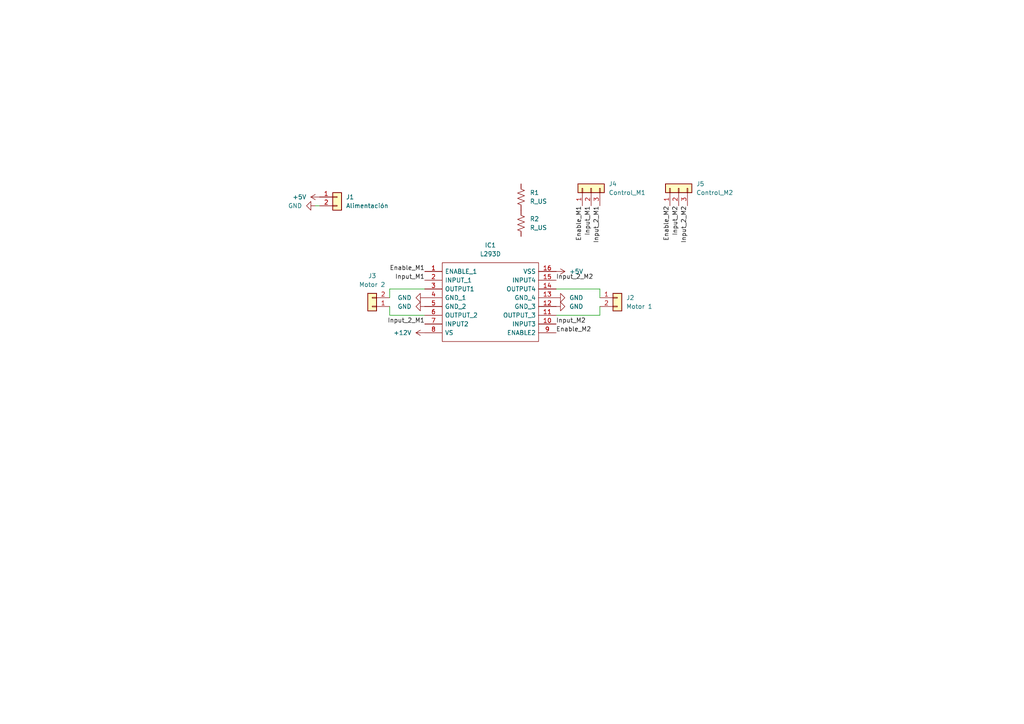
<source format=kicad_sch>
(kicad_sch (version 20211123) (generator eeschema)
  (paper "A4")
  (lib_symbols
    (symbol "Connector_Generic:Conn_01x02" (pin_names (offset 1.016) hide)
      (property "Reference" "J" (at 0 2.54 0))
      (property "Value" "Conn_01x02" (at 0 -5.08 0))
      (symbol "Conn_01x02_1_1"
        (rectangle (start -1.27 -2.413) (end 0 -2.667) (stroke (width 0.1524)))
        (rectangle (start -1.27 0.127) (end 0 -0.127) (stroke (width 0.1524)))
        (rectangle (start -1.27 1.27) (end 1.27 -3.81) (stroke (width 0.254)) (fill (type background)))
        (pin passive line (at -5.08 0 0) (length 3.81) (name "Pin_1") (number "1"))
        (pin passive line (at -5.08 -2.54 0) (length 3.81) (name "Pin_2") (number "2"))
      )
    )
    (symbol "Connector_Generic:Conn_01x03" (pin_names (offset 1.016) hide)
      (property "Reference" "J" (at 0 5.08 0))
      (property "Value" "Conn_01x03" (at 0 -5.08 0))
      (symbol "Conn_01x03_1_1"
        (rectangle (start -1.27 -2.413) (end 0 -2.667) (stroke (width 0.1524)))
        (rectangle (start -1.27 0.127) (end 0 -0.127) (stroke (width 0.1524)))
        (rectangle (start -1.27 2.667) (end 0 2.413) (stroke (width 0.1524)))
        (rectangle (start -1.27 3.81) (end 1.27 -3.81) (stroke (width 0.254)) (fill (type background)))
        (pin passive line (at -5.08 2.54 0) (length 3.81) (name "Pin_1") (number "1"))
        (pin passive line (at -5.08 0 0) (length 3.81) (name "Pin_2") (number "2"))
        (pin passive line (at -5.08 -2.54 0) (length 3.81) (name "Pin_3") (number "3"))
      )
    )
    (symbol "Device:R_US" (pin_numbers hide) (pin_names (offset 0))
      (property "Reference" "R" (at 2.54 0 90))
      (property "Value" "R_US" (at -2.54 0 90))
      (symbol "R_US_0_1"
        (polyline (pts (xy 0 -2.286) (xy 0 -2.54)))
        (polyline (pts (xy 0 2.286) (xy 0 2.54)))
        (polyline (pts (xy 0 -0.762) (xy 1.016 -1.143) (xy 0 -1.524) (xy -1.016 -1.905) (xy 0 -2.286)))
        (polyline (pts (xy 0 0.762) (xy 1.016 0.381) (xy 0 0) (xy -1.016 -0.381) (xy 0 -0.762)))
        (polyline (pts (xy 0 2.286) (xy 1.016 1.905) (xy 0 1.524) (xy -1.016 1.143) (xy 0 0.762)))
      )
      (symbol "R_US_1_1"
        (pin passive line (at 0 3.81 270) (length 1.27) (name "~") (number "1"))
        (pin passive line (at 0 -3.81 90) (length 1.27) (name "~") (number "2"))
      )
    )
    (symbol "L293D:L293D" (pin_names (offset 0.762))
      (property "Reference" "IC" (at 34.29 7.62 0))
      (property "Value" "L293D" (at 34.29 5.08 0))
      (symbol "L293D_0_0"
        (pin passive line (at 0 0 0) (length 5.08) (name "ENABLE_1") (number "1"))
        (pin passive line (at 38.1 -15.24 180) (length 5.08) (name "INPUT3") (number "10"))
        (pin passive line (at 38.1 -12.7 180) (length 5.08) (name "OUTPUT_3") (number "11"))
        (pin passive line (at 38.1 -10.16 180) (length 5.08) (name "GND_3") (number "12"))
        (pin passive line (at 38.1 -7.62 180) (length 5.08) (name "GND_4") (number "13"))
        (pin passive line (at 38.1 -5.08 180) (length 5.08) (name "OUTPUT4") (number "14"))
        (pin passive line (at 38.1 -2.54 180) (length 5.08) (name "INPUT4") (number "15"))
        (pin passive line (at 38.1 0 180) (length 5.08) (name "VSS") (number "16"))
        (pin passive line (at 0 -2.54 0) (length 5.08) (name "INPUT_1") (number "2"))
        (pin passive line (at 0 -5.08 0) (length 5.08) (name "OUTPUT1") (number "3"))
        (pin passive line (at 0 -7.62 0) (length 5.08) (name "GND_1") (number "4"))
        (pin passive line (at 0 -10.16 0) (length 5.08) (name "GND_2") (number "5"))
        (pin passive line (at 0 -12.7 0) (length 5.08) (name "OUTPUT_2") (number "6"))
        (pin passive line (at 0 -15.24 0) (length 5.08) (name "INPUT2") (number "7"))
        (pin passive line (at 0 -17.78 0) (length 5.08) (name "VS") (number "8"))
        (pin passive line (at 38.1 -17.78 180) (length 5.08) (name "ENABLE2") (number "9"))
      )
      (symbol "L293D_0_1"
        (polyline (pts (xy 5.08 2.54) (xy 33.02 2.54) (xy 33.02 -20.32) (xy 5.08 -20.32) (xy 5.08 2.54)) (stroke (width 0.1524)))
      )
    )
    (symbol "power:+12V" (power) (pin_names (offset 0))
      (property "Value" "+12V" (at 0 3.556 0))
      (symbol "+12V_0_1"
        (polyline (pts (xy -0.762 1.27) (xy 0 2.54)))
        (polyline (pts (xy 0 0) (xy 0 2.54)))
        (polyline (pts (xy 0 2.54) (xy 0.762 1.27)))
      )
      (symbol "+12V_1_1"
        (pin power_in line (at 0 0 90) (length 0) hide (name "+12V") (number "1"))
      )
    )
    (symbol "power:+5V" (power) (pin_names (offset 0))
      (property "Value" "+5V" (at 0 3.556 0))
      (symbol "+5V_0_1"
        (polyline (pts (xy -0.762 1.27) (xy 0 2.54)))
        (polyline (pts (xy 0 0) (xy 0 2.54)))
        (polyline (pts (xy 0 2.54) (xy 0.762 1.27)))
      )
      (symbol "+5V_1_1"
        (pin power_in line (at 0 0 90) (length 0) hide (name "+5V") (number "1"))
      )
    )
    (symbol "power:GND" (power) (pin_names (offset 0))
      (property "Value" "GND" (at 0 -3.81 0))
      (symbol "GND_0_1"
        (polyline (pts (xy 0 0) (xy 0 -1.27) (xy 1.27 -1.27) (xy 0 -2.54) (xy -1.27 -1.27) (xy 0 -1.27)))
      )
      (symbol "GND_1_1"
        (pin power_in line (at 0 0 270) (length 0) hide (name "GND") (number "1"))
      )
    )
  )
  (wire (pts (xy 123.19 91.44) (xy 113.03 91.44)))
  (wire (pts (xy 123.19 83.82) (xy 113.03 83.82)))
  (wire (pts (xy 173.99 91.44) (xy 173.99 88.9)))
  (wire (pts (xy 161.29 91.44) (xy 173.99 91.44)))
  (wire (pts (xy 173.99 83.82) (xy 173.99 86.36)))
  (wire (pts (xy 91.44 59.69) (xy 92.71 59.69)))
  (wire (pts (xy 113.03 83.82) (xy 113.03 86.36)))
  (wire (pts (xy 113.03 91.44) (xy 113.03 88.9)))
  (wire (pts (xy 161.29 83.82) (xy 173.99 83.82)))
  (label "Enable_M2" (at 161.29 96.52 0))
  (label "Input_M2" (at 161.29 93.98 0))
  (label "Input_M1" (at 171.45 59.69 270))
  (label "Input_2_M1" (at 173.99 59.69 270))
  (label "Enable_M1" (at 123.19 78.74 180))
  (label "Input_2_M2" (at 161.29 81.28 0))
  (label "Enable_M1" (at 168.91 59.69 270))
  (label "Input_M2" (at 196.85 59.69 270))
  (label "Input_2_M2" (at 199.39 59.69 270))
  (label "Input_2_M1" (at 123.19 93.98 180))
  (label "Enable_M2" (at 194.31 59.69 270))
  (label "Input_M1" (at 123.19 81.28 180))
  (symbol (lib_id "power:+5V") (at 92.71 57.15 90) (unit 1)
    (property "Reference" "#PWR0101" (effects hide))
    (property "Value" "+5V" (at 88.9 57.1499 90) (effects (justify left)))
  )
  (symbol (lib_id "Device:R_US") (at 151.13 64.77 0) (unit 1)
    (property "Reference" "R2" (at 153.67 63.4999 0) (effects (justify left)))
    (property "Value" "R_US" (at 153.67 66.0399 0) (effects (justify left)))
    (property "Footprint" "Resistor_THT:R_Axial_DIN0309_L9.0mm_D3.2mm_P20.32mm_Horizontal" (effects hide))
  )
  (symbol (lib_id "power:GND") (at 91.44 59.69 270) (unit 1)
    (property "Reference" "#PWR0102" (effects hide))
    (property "Value" "GND" (at 87.63 59.6899 90) (effects (justify right)))
  )
  (symbol (lib_id "Connector_Generic:Conn_01x03") (at 196.85 54.61 90) (unit 1)
    (property "Reference" "J5" (at 201.93 53.3399 90) (effects (justify right)))
    (property "Value" "Control_M2" (at 201.93 55.8799 90) (effects (justify right)))
    (property "Footprint" "TerminalBlock:TerminalBlock_bornier-2_P5.08mm" (effects hide))
  )
  (symbol (lib_id "power:GND") (at 123.19 88.9 270) (unit 1)
    (property "Reference" "#PWR0107" (effects hide))
    (property "Value" "GND" (at 119.38 88.8999 90) (effects (justify right)))
  )
  (symbol (lib_id "L293D:L293D") (at 123.19 78.74 0) (unit 1)
    (property "Reference" "IC1" (at 142.24 71.12 0))
    (property "Value" "L293D" (at 142.24 73.66 0))
    (property "Footprint" "Package_DIP:DIP-16_W7.62mm_Socket_LongPads" (effects hide))
    (property "Datasheet" "http://www.st.com/web/en/resource/technical/document/datasheet/CD00000059.pdf" (effects hide))
    (property "Description" "L293D, Motor Driver, 4.5  36 V, 16-Pin Power PDIP" (effects hide))
    (property "Height" "5.1" (effects hide))
    (property "Manufacturer_Name" "STMicroelectronics" (effects hide))
    (property "Manufacturer_Part_Number" "L293D" (effects hide))
    (property "Mouser Part Number" "511-L293D" (effects hide))
    (property "Mouser Price/Stock" "https://www.mouser.co.uk/ProductDetail/STMicroelectronics/L293D?qs=gr8Zi5OG3MgMJ1ICDzLQbg%3D%3D" (effects hide))
    (property "Arrow Part Number" "L293D" (effects hide))
    (property "Arrow Price/Stock" "https://www.arrow.com/en/products/l293d/stmicroelectronics?region=nac" (effects hide))
  )
  (symbol (lib_id "power:+5V") (at 161.29 78.74 270) (unit 1)
    (property "Reference" "#PWR0105" (effects hide))
    (property "Value" "+5V" (at 165.1 78.7399 90) (effects (justify left)))
  )
  (symbol (lib_id "Connector_Generic:Conn_01x02") (at 97.79 57.15 0) (unit 1)
    (property "Reference" "J1" (at 100.33 57.1499 0) (effects (justify left)))
    (property "Value" "Alimentación" (at 100.33 59.6899 0) (effects (justify left)))
    (property "Footprint" "TerminalBlock:TerminalBlock_bornier-2_P5.08mm" (effects hide))
  )
  (symbol (lib_id "power:GND") (at 161.29 86.36 90) (unit 1)
    (property "Reference" "#PWR0104" (effects hide))
    (property "Value" "GND" (at 165.1 86.3599 90) (effects (justify right)))
  )
  (symbol (lib_id "Connector_Generic:Conn_01x02") (at 107.95 88.9 180) (unit 1)
    (property "Reference" "J3" (at 107.95 80.01 0))
    (property "Value" "Motor 2" (at 107.95 82.55 0))
    (property "Footprint" "TerminalBlock:TerminalBlock_bornier-2_P5.08mm" (effects hide))
  )
  (symbol (lib_id "power:GND") (at 123.19 86.36 270) (unit 1)
    (property "Reference" "#PWR0108" (effects hide))
    (property "Value" "GND" (at 119.38 86.3599 90) (effects (justify right)))
  )
  (symbol (lib_id "Connector_Generic:Conn_01x03") (at 171.45 54.61 90) (unit 1)
    (property "Reference" "J4" (at 176.53 53.3399 90) (effects (justify right)))
    (property "Value" "Control_M1" (at 176.53 55.8799 90) (effects (justify right)))
    (property "Footprint" "TerminalBlock:TerminalBlock_bornier-2_P5.08mm" (effects hide))
  )
  (symbol (lib_id "power:GND") (at 161.29 88.9 90) (unit 1)
    (property "Reference" "#PWR0103" (effects hide))
    (property "Value" "GND" (at 165.1 88.8999 90) (effects (justify right)))
  )
  (symbol (lib_id "Connector_Generic:Conn_01x02") (at 179.07 86.36 0) (unit 1)
    (property "Reference" "J2" (at 181.61 86.3599 0) (effects (justify left)))
    (property "Value" "Motor 1" (at 181.61 88.8999 0) (effects (justify left)))
    (property "Footprint" "TerminalBlock:TerminalBlock_bornier-2_P5.08mm" (effects hide))
  )
  (symbol (lib_id "Device:R_US") (at 151.13 57.15 0) (unit 1)
    (property "Reference" "R1" (at 153.67 55.8799 0) (effects (justify left)))
    (property "Value" "R_US" (at 153.67 58.4199 0) (effects (justify left)))
    (property "Footprint" "Resistor_THT:R_Axial_DIN0309_L9.0mm_D3.2mm_P20.32mm_Horizontal" (effects hide))
  )
  (symbol (lib_id "power:+12V") (at 123.19 96.52 90) (unit 1)
    (property "Reference" "#PWR0106" (effects hide))
    (property "Value" "+12V" (at 119.38 96.5199 90) (effects (justify left)))
  )
)
</source>
